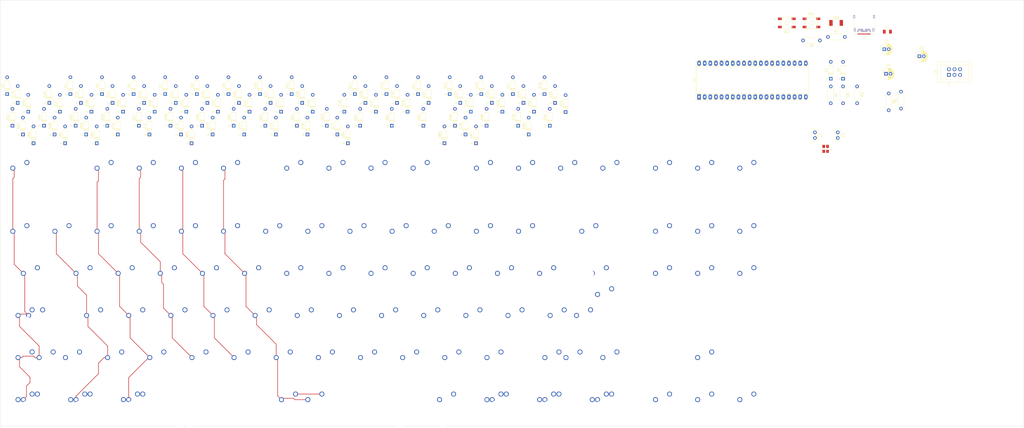
<source format=kicad_pcb>
(kicad_pcb (version 20221018) (generator pcbnew)
  (layers (0 "F.Cu" signal) (31 "B.Cu" signal) (34 "B.Paste" user) (35 "F.Paste" user) (36 "B.SilkS" user "B.Silkscreen") (37 "F.SilkS" user "F.Silkscreen") (38 "B.Mask" user) (39 "F.Mask" user) (44 "Edge.Cuts" user))
  (net 0 "")
  (net 1 "GND")
  (net 2 "Net-(U1-PA2)")
  (net 3 "Net-(U1-PA4)")
  (net 4 "+5V")
  (net 5 "Net-(D1-K)")
  (net 6 "Net-(D2-K)")
  (net 7 "COL0")
  (net 8 "Net-(D3-A)")
  (net 9 "Net-(D4-A)")
  (net 10 "Net-(D5-A)")
  (net 11 "Net-(D6-A)")
  (net 12 "Net-(D7-A)")
  (net 13 "Net-(D8-A)")
  (net 14 "Net-(D9-A)")
  (net 15 "Net-(D10-A)")
  (net 16 "Net-(D11-A)")
  (net 17 "Net-(D12-A)")
  (net 18 "Net-(D13-A)")
  (net 19 "Net-(D14-A)")
  (net 20 "Net-(D15-A)")
  (net 21 "Net-(D16-A)")
  (net 22 "Net-(D17-A)")
  (net 23 "Net-(D18-A)")
  (net 24 "Net-(D19-A)")
  (net 25 "Net-(D20-A)")
  (net 26 "Net-(D21-A)")
  (net 27 "Net-(D22-A)")
  (net 28 "Net-(D23-A)")
  (net 29 "Net-(D24-A)")
  (net 30 "Net-(D25-A)")
  (net 31 "Net-(D26-A)")
  (net 32 "Net-(D27-A)")
  (net 33 "Net-(D28-A)")
  (net 34 "Net-(D29-A)")
  (net 35 "Net-(D30-A)")
  (net 36 "Net-(D31-A)")
  (net 37 "Net-(D32-A)")
  (net 38 "Net-(D33-A)")
  (net 39 "Net-(D34-A)")
  (net 40 "Net-(D35-A)")
  (net 41 "Net-(D36-A)")
  (net 42 "Net-(D37-A)")
  (net 43 "Net-(D38-A)")
  (net 44 "Net-(D39-A)")
  (net 45 "Net-(D40-A)")
  (net 46 "Net-(D41-A)")
  (net 47 "Net-(D42-A)")
  (net 48 "Net-(D43-A)")
  (net 49 "Net-(D44-A)")
  (net 50 "Net-(D45-A)")
  (net 51 "Net-(D46-A)")
  (net 52 "Net-(D47-A)")
  (net 53 "Net-(D48-A)")
  (net 54 "ROW2 \"| \\\"")
  (net 55 "Net-(D50-A)")
  (net 56 "Net-(D51-A)")
  (net 57 "Net-(D52-A)")
  (net 58 "Net-(D53-A)")
  (net 59 "Net-(D54-A)")
  (net 60 "Net-(D55-A)")
  (net 61 "Net-(D56-A)")
  (net 62 "Net-(D57-A)")
  (net 63 "Net-(D58-A)")
  (net 64 "Net-(D59-A)")
  (net 65 "Net-(D60-A)")
  (net 66 "Net-(D61-A)")
  (net 67 "Net-(D62-A)")
  (net 68 "Net-(D63-A)")
  (net 69 "Net-(D64-A)")
  (net 70 "Net-(D65-A)")
  (net 71 "Net-(D66-A)")
  (net 72 "ROW4")
  (net 73 "Net-(D67-A)")
  (net 74 "Net-(D68-A)")
  (net 75 "Net-(D69-A)")
  (net 76 "Net-(D70-A)")
  (net 77 "Net-(D71-A)")
  (net 78 "Net-(D72-A)")
  (net 79 "Net-(D73-A)")
  (net 80 "Net-(D74-A)")
  (net 81 "Net-(D75-A)")
  (net 82 "Net-(D76-A)")
  (net 83 "Net-(D77-A)")
  (net 84 "Net-(D78-A)")
  (net 85 "Net-(D79-A)")
  (net 86 "ROW5")
  (net 87 "Net-(D80-A)")
  (net 88 "Net-(D81-A)")
  (net 89 "Net-(D82-A)")
  (net 90 "Net-(D83-A)")
  (net 91 "Net-(D84-A)")
  (net 92 "Net-(D85-A)")
  (net 93 "ROW5 SRS Fn")
  (net 94 "Net-(D87-A)")
  (net 95 "Net-(D88-A)")
  (net 96 "Net-(D89-A)")
  (net 97 "Net-(D90-A)")
  (net 98 "Net-(D91-K)")
  (net 99 "VCC")
  (net 102 "Net-(J1-CC1)")
  (net 108 "Net-(J1-CC2)")
  (net 112 "MISO")
  (net 113 "SCK")
  (net 114 "MOSI")
  (net 115 "reset")
  (net 116 "COL2")
  (net 117 "COL3")
  (net 118 "COL4")
  (net 119 "COL5")
  (net 120 "COL6")
  (net 121 "COL7")
  (net 122 "COL8")
  (net 123 "COL9")
  (net 124 "COL11")
  (net 125 "COL12")
  (net 126 "COL13")
  (net 127 "COL14")
  (net 128 "COL15")
  (net 129 "COL16")
  (net 130 "COL17")
  (net 131 "COL1")
  (net 132 "COL10")
  (net 133 "D-")
  (net 134 "D+")
  (net 135 "boot")
  (net 158 "ROW0")
  (net 160 "ROW1")
  (net 162 "ROW2")
  (net 163 "ROW3")
  (footprint "MX_Only:MXOnly-1U-NoLED" (layer "F.Cu") (at 406.4 196.05625)
    (fp_text reference "MX83")
    (fp_text value "Up Arrow")
  )
  (footprint "MX_Only:MXOnly-1U-NoLED" (layer "F.Cu") (at 387.35 215.10625)
    (fp_text reference "MX92")
    (fp_text value "Left Arrow")
  )
  (footprint "Diode_THT:D_DO-35_SOD27_P7.62mm_Horizontal" (layer "F.Cu") (at 183.35625 92.55125 90)
    (fp_text reference "D73")
    (fp_text value "DO-35")
  )
  (footprint "MX_Only:MXOnly-1U-NoLED" (layer "F.Cu") (at 163.5125 157.95625)
    (fp_text reference "MX37")
    (fp_text value "E")
  )
  (footprint "Diode_THT:D_DO-35_SOD27_P7.62mm_Horizontal" (layer "F.Cu") (at 157.1625 82.2325 90)
    (fp_text reference "D40")
    (fp_text value "DO-35")
  )
  (footprint "MX_Only:MXOnly-1U-NoLED" (layer "F.Cu") (at 153.9875 138.90625)
    (fp_text reference "MX20")
    (fp_text value "3")
  )
  (footprint "MX_Only:MXOnly-1U-NoLED" (layer "F.Cu") (at 315.9125 157.95625)
    (fp_text reference "MX45")
    (fp_text value "[")
  )
  (footprint "MX_Only:MXOnly-1U-NoLED" (layer "F.Cu") (at 182.5625 157.95625)
    (fp_text reference "MX38")
    (fp_text value "R")
  )
  (footprint "Diode_THT:D_DO-35_SOD27_P7.62mm_Horizontal" (layer "F.Cu") (at 130.96875 96.52 90)
    (fp_text reference "D82")
    (fp_text value "DO-35")
  )
  (footprint "Diode_THT:D_DO-35_SOD27_P7.62mm_Horizontal" (layer "F.Cu") (at 226.21875 92.55125 90)
    (fp_text reference "D76")
    (fp_text value "DO-35")
  )
  (footprint "MX_Only:MXOnly-1U-NoLED" (layer "F.Cu") (at 130.175 177.00625)
    (fp_text reference "MX53")
    (fp_text value "A")
  )
  (footprint "Capacitor_THT:CP_Radial_D5.0mm_P2.00mm" (layer "F.Cu") (at 502.825 57.15)
    (fp_text reference "C3")
    (fp_text value "0.1uF")
  )
  (footprint "Diode_THT:D_DO-35_SOD27_P7.62mm_Horizontal" (layer "F.Cu") (at 252.4125 78.26375 90)
    (fp_text reference "D29")
    (fp_text value "DO-35")
  )
  (footprint "Diode_THT:D_DO-35_SOD27_P7.62mm_Horizontal" (layer "F.Cu") (at 114.3 82.2325 90)
    (fp_text reference "D37")
    (fp_text value "DO-35")
  )
  (footprint "Diode_THT:D_DO-35_SOD27_P7.62mm_Horizontal" (layer "F.Cu") (at 302.41875 96.52 90)
    (fp_text reference "D87")
    (fp_text value "DO-35")
  )
  (footprint "Diode_THT:D_DO-35_SOD27_P7.62mm_Horizontal" (layer "F.Cu") (at 309.5625 78.26375 90)
    (fp_text reference "D33")
    (fp_text value "DO-35")
  )
  (footprint "MX_Only:MXOnly-6.25U-NoLED" (layer "F.Cu") (at 218.28125 215.10625)
    (fp_text reference "MX87")
    (fp_text value "Space 6.25")
  )
  (footprint "Diode_THT:D_DO-35_SOD27_P7.62mm_Horizontal" (layer "F.Cu") (at 338.1375 78.26375 90)
    (fp_text reference "D35")
    (fp_text value "DO-35")
  )
  (footprint "Diode_THT:D_DO-35_SOD27_P7.62mm_Horizontal" (layer "F.Cu") (at 142.875 82.2325 90)
    (fp_text reference "D39")
    (fp_text value "DO-35")
  )
  (footprint "MX_Only:MXOnly-1U-NoLED" (layer "F.Cu") (at 187.325 177.00625)
    (fp_text reference "MX56")
    (fp_text value "F")
  )
  (footprint "Diode_THT:D_DO-35_SOD27_P7.62mm_Horizontal" (layer "F.Cu") (at 116.68125 96.52 90)
    (fp_text reference "D81")
    (fp_text value "DO-35")
  )
  (footprint "Diode_THT:D_DO-35_SOD27_P7.62mm_Horizontal" (layer "F.Cu") (at 264.31875 88.5825 90)
    (fp_text reference "D85")
    (fp_text value "DO-35")
  )
  (footprint "Diode_THT:D_DO-35_SOD27_P7.62mm_Horizontal" (layer "F.Cu") (at 100.0125 82.2325 90)
    (fp_text reference "D36")
    (fp_text value "DO-35")
  )
  (footprint "Resistor_THT:R_Axial_DIN0207_L6.3mm_D2.5mm_P7.62mm_Horizontal" (layer "F.Cu") (at 488.95 73.9775 -90)
    (fp_text reference "R2")
    (fp_text value "5.1k")
  )
  (footprint "Capacitor_THT:CP_Radial_D5.0mm_P2.00mm" (layer "F.Cu") (at 487.74375 65.0875)
    (fp_text reference "C5")
    (fp_text value "4.7uF")
  )
  (footprint "MX_Only:MXOnly-1U-NoLED" (layer "F.Cu") (at 206.375 177.00625)
    (fp_text reference "MX57")
    (fp_text value "G")
  )
  (footprint "MX_Only:MXOnly-1U-NoLED" (layer "F.Cu") (at 301.625 177.00625)
    (fp_text reference "MX62")
    (fp_text value "Semicolon")
  )
  (footprint "Diode_THT:D_DO-35_SOD27_P7.62mm_Horizontal" (layer "F.Cu") (at 197.64375 92.55125 90)
    (fp_text reference "D74")
    (fp_text value "DO-35")
  )
  (footprint "MX_Only:MXOnly-1U-NoLED" (layer "F.Cu") (at 192.0875 138.90625)
    (fp_text reference "MX22")
    (fp_text value "5")
  )
  (footprint "MX_Only:MXOnly-1.25U-NoLED" (layer "F.Cu") (at 99.21875 215.10625)
    (fp_text reference "MX84")
    (fp_text value "Left Ctrl 1.25")
  )
  (footprint "MX_Only:MXOnly-1U-NoLED" (layer "F.Cu") (at 406.4 138.90625)
    (fp_text reference "MX32")
    (fp_text value "Home")
  )
  (footprint "MX_Only:MXOnly-1U-NoLED" (layer "F.Cu") (at 425.45 110.33125)
    (fp_text reference "MX16")
    (fp_text value "Pause/Break")
  )
  (footprint "MX_Only:MXOnly-1U-NoLED" (layer "F.Cu") (at 273.05 196.05625)
    (fp_text reference "MX77")
    (fp_text value "Comma")
  )
  (footprint "MX_Only:MXOnly-1U-NoLED" (layer "F.Cu") (at 292.1 196.05625)
    (fp_text reference "MX78")
    (fp_text value "Period")
  )
  (footprint "Diode_THT:D_DO-35_SOD27_P7.62mm_Horizontal" (layer "F.Cu") (at 221.45625 88.5825 90)
    (fp_text reference "D62")
    (fp_text value "DO-35")
  )
  (footprint "Diode_THT:D_DO-35_SOD27_P7.62mm_Horizontal" (layer "F.Cu") (at 250.03125 88.5825 90)
    (fp_text reference "D64")
    (fp_text value "DO-35")
  )
  (footprint "Connector_IDC:IDC-Header_2x03_P2.54mm_Vertical" (layer "F.Cu") (at 516.14125 65.58125 90)
    (fp_text reference "J2")
    (fp_text value "AVR-ISP-6")
  )
  (footprint "Diode_THT:D_DO-35_SOD27_P7.62mm_Horizontal" (layer "F.Cu") (at 342.9 82.39125 90)
    (fp_text reference "D52")
    (fp_text value "DO-35")
  )
  (footprint "Diode_THT:D_DO-35_SOD27_P7.62mm_Horizontal" (layer "F.Cu") (at 152.4 78.26375 90)
    (fp_text reference "D23")
    (fp_text value "DO-35")
  )
  (footprint "MX_Only:MXOnly-1U-NoLED" (layer "F.Cu") (at 363.5375 110.33125)
    (fp_text reference "MX13")
    (fp_text value "F12")
  )
  (footprint "MX_Only:MXOnly-1U-NoLED" (layer "F.Cu") (at 277.8125 157.95625)
    (fp_text reference "MX43")
    (fp_text value "O")
  )
  (footprint "MX_Only:MXOnly-1U-NoLED" (layer "F.Cu") (at 96.8375 138.90625)
    (fp_text reference "MX17")
    (fp_text value "Tilde")
  )
  (footprint "Diode_THT:D_DO-35_SOD27_P7.62mm_Horizontal" (layer "F.Cu") (at 228.6 82.2325 90)
    (fp_text reference "D45")
    (fp_text value "DO-35")
  )
  (footprint "MX_Only:MXOnly-1U-NoLED" (layer "F.Cu") (at 268.2875 138.90625)
    (fp_text reference "MX26")
    (fp_text value "9")
  )
  (footprint "Diode_THT:D_DO-35_SOD27_P7.62mm_Horizontal" (layer "F.Cu") (at 271.4625 82.2325 90)
    (fp_text reference "D48")
    (fp_text value "DO-35")
  )
  (footprint "MX_Only:MXOnly-ISO-NoLED" (layer "F.Cu") (at 361.15625 167.48125)
    (fp_text reference "MX65")
    (fp_text value "ISO Enter (Weird ass key)")
  )
  (footprint "Diode_THT:D_DO-35_SOD27_P7.62mm_Horizontal" (layer "F.Cu") (at 239.7125 92.55125 90)
    (fp_text reference "D77")
    (fp_text value "DO-35")
  )
  (footprint "random-keyboard-parts:SKQG-1155865" (layer "F.Cu") (at 442.9125 42.06875)
    (fp_text reference "SW2")
    (fp_text value "SW_Boot")
  )
  (footprint "Diode_THT:D_DO-35_SOD27_P7.62mm_Horizontal" (layer "F.Cu") (at 190.5 74.295 90)
    (fp_text reference "D9")
    (fp_text value "DO-35")
  )
  (footprint "MX_Only:MXOnly-1U-NoLED" (layer "F.Cu") (at 258.7625 157.95625)
    (fp_text reference "MX42")
    (fp_text value "I")
  )
  (footprint "Diode_THT:D_DO-35_SOD27_P7.62mm_Horizontal" (layer "F.Cu") (at 90.4875 74.295 90)
    (fp_text reference "D3")
    (fp_text value "DO-35")
  )
  (footprint "Diode_THT:D_DO-35_SOD27_P7.62mm_Horizontal" (layer "F.Cu") (at 300.0375 82.2325 90)
    (fp_text reference "D49")
    (fp_text value "DO-35")
  )
  (footprint "Diode_THT:D_DO-35_SOD27_P7.62mm_Horizontal" (layer "F.Cu") (at 154.78125 92.55125 90)
    (fp_text reference "D71")
    (fp_text value "DO-35")
  )
  (footprint "Diode_THT:D_DO-35_SOD27_P7.62mm_Horizontal" (layer "F.Cu") (at 292.89375 88.5825 90)
    (fp_text reference "D66")
    (fp_text value "DO-35")
  )
  (footprint "Diode_THT:D_DO-35_SOD27_P7.62mm_Horizontal" (layer "F.Cu") (at 195.2625 78.26375 90)
    (fp_text reference "D26")
    (fp_text value "DO-35")
  )
  (footprint "Resistor_THT:R_Axial_DIN0207_L6.3mm_D2.5mm_P7.62mm_Horizontal" (layer "F.Cu") (at 494.50625 80.80375 90)
    (fp_text reference "R1")
    (fp_text value "5.1k")
  )
  (footprint "Diode_THT:D_DO-35_SOD27_P7.62mm_Horizontal" (layer "F.Cu") (at 150.01875 88.5825 90)
    (fp_text reference "D57")
    (fp_text value "DO-35")
  )
  (footprint "Diode_THT:D_DO-35_SOD27_P7.62mm_Horizontal" (layer "F.Cu") (at 288.13125 96.52 90)
    (fp_text reference "D86")
    (fp_text value "DO-35")
  )
  (footprint "Diode_THT:D_DO-35_SOD27_P7.62mm_Horizontal" (layer "F.Cu") (at 266.7 78.26375 90)
    (fp_text reference "D30")
    (fp_text value "DO-35")
  )
  (footprint "MX_Only:MXOnly-1U-NoLED" (layer "F.Cu") (at 287.3375 138.90625)
    (fp_text reference "MX27")
    (fp_text value "0")
  )
  (footprint "MX_Only:MXOnly-1.25U-NoLED" (layer "F.Cu") (at 361.15625 215.10625)
    (fp_text reference "MX91")
    (fp_text value "Right Ctrl 1.25")
  )
  (footprint "MX_Only:MXOnly-1U-NoLED" (layer "F.Cu") (at 320.675 177.00625)
    (fp_text reference "MX63")
    (fp_text value "Apostrophe")
  )
  (footprint "Diode_THT:D_DO-35_SOD27_P7.62mm_Horizontal" (layer "F.Cu") (at 109.5375 78.26375 90)
    (fp_text reference "D20")
    (fp_text value "DO-35")
  )
  (footprint "Package_DIP:DIP-40_W15.24mm_Socket_LongPads" (layer "F.Cu") (at 403.225 75.565 90)
    (fp_text reference "U1")
    (fp_text value "ATmega324A-P")
  )
  (footprint "MX_Only:MXOnly-7U-NoLED" (layer "F.Cu") (at 230.1875 215.10625)
    (fp_text reference "MX98")
    (fp_text value "ABR Space 7.0")
  )
  (footprint "MX_Only:MXOnly-1U-NoLED" (layer "F.Cu") (at 139.7 196.05625)
    (fp_text reference "MX70")
    (fp_text value "Z")
  )
  (footprint "Diode_THT:D_DO-35_SOD27_P7.62mm_Horizontal" (layer "F.Cu") (at 242.8875 82.2325 90)
    (fp_text reference "D46")
    (fp_text value "DO-35")
  )
  (footprint "Diode_THT:D_DO-35_SOD27_P7.62mm_Horizontal" (layer "F.Cu") (at 102.39375 96.52 90)
    (fp_text reference "D80")
    (fp_text value "DO-35")
  )
  (footprint "Diode_THT:D_DO-35_SOD27_P7.62mm_Horizontal" (layer "F.Cu") (at 185.7375 82.2325 90)
    (fp_text reference "D42")
    (fp_text value "DO-35")
  )
  (footprint "Crystal:Crystal_SMD_3225-4Pin_3.2x2.5mm" (layer "F.Cu") (at 460.43125 99.06875 -90)
    (fp_text reference "Y1")
    (fp_text value "20MHz")
  )
  (footprint "Diode_THT:D_DO-35_SOD27_P7.62mm_Horizontal" (layer "F.Cu") (at 333.375 74.295 90)
    (fp_text reference "D18")
    (fp_text value "DO-35")
  )
  (footprint "Diode_THT:D_DO-35_SOD27_P7.62mm_Horizontal" (layer "F.Cu") (at 192.88125 88.5825 90)
    (fp_text reference "D60")
    (fp_text value "DO-35")
  )
  (footprint "Diode_THT:D_DO-35_SOD27_P7.62mm_Horizontal" (layer "F.Cu") (at 164.30625 88.5825 90)
    (fp_text reference "D58")
    (fp_text value "DO-35")
  )
  (footprint "MX_Only:MXOnly-2.25U-NoLED" (layer "F.Cu") (at 108.74375 196.05625)
    (fp_text reference "MX69")
    (fp_text value "Left Shift 2.25")
  )
  (footprint "Diode_THT:D_DO-35_SOD27_P7.62mm_Horizontal" (layer "F.Cu") (at 290.5125 74.295 90)
    (fp_text reference "D15")
    (fp_text value "DO-35")
  )
  (footprint "MX_Only:MXOnly-1U-NoLED" (layer "F.Cu") (at 334.9625 215.10625)
    (fp_text reference "MX100")
    (fp_text value "ABR Right Win 1.0")
  )
  (footprint "MX_Only:MXOnly-1.25U-NoLED" (layer "F.Cu") (at 123.03125 215.10625)
    (fp_text reference "MX85")
    (fp_text value "Left Win 1.25")
  )
  (footprint "MX_Only:MXOnly-1U-NoLED" (layer "F.Cu") (at 239.7125 110.33125)
    (fp_text reference "MX7")
    (fp_text value "F6")
  )
  (footprint "Diode_THT:D_DO-35_SOD27_P7.62mm_Horizontal" (layer "F.Cu") (at 204.7875 74.295 90)
    (fp_text reference "D10")
    (fp_text value "DO-35")
  )
  (footprint "MX_Only:MXOnly-1U-NoLED" (layer "F.Cu") (at 306.3875 110.33125)
    (fp_text reference "MX10")
    (fp_text value "F9")
  )
  (footprint "Diode_THT:D_DO-35_SOD27_P7.62mm_Horizontal" (layer "F.Cu") (at 111.91875 92.55125 90)
    (fp_text reference "D68")
    (fp_text value "DO-35")
  )
  (footprint "Diode_THT:D_DO-35_SOD27_P7.62mm_Horizontal" (layer "F.Cu") (at 295.275 78.26375 90)
    (fp_text reference "D32")
    (fp_text value "DO-35")
  )
  (footprint "Resistor_THT:R_Axial_DIN0207_L6.3mm_D2.5mm_P7.62mm_Horizontal" (layer "F.Cu") (at 462.75625 70.8025 -90)
    (fp_text reference "R4")
    (fp_text value "68R")
  )
  (footprint "Diode_THT:D_DO-35_SOD27_P7.62mm_Horizontal" (layer "F.Cu") (at 176.2125 74.295 90)
    (fp_text reference "D8")
    (fp_text value "DO-35")
  )
  (footprint "MX_Only:MXOnly-1U-NoLED" (layer "F.Cu") (at 406.4 157.95625)
    (fp_text reference "MX49")
    (fp_text value "End")
  )
  (footprint "MX_Only:MXOnly-1U-NoLED" (layer "F.Cu") (at 234.95 196.05625)
    (fp_text reference "MX75")
    (fp_text value "N")
  )
  (footprint "Diode_THT:D_DO-35_SOD27_P7.62mm_Horizontal" (layer "F.Cu") (at 133.35 74.295 90)
    (fp_text reference "D5")
    (fp_text value "DO-35")
  )
  (footprint "Diode_THT:D_DO-35_SOD27_P7.62mm_Horizontal" (layer "F.Cu") (at 211.93125 92.55125 90)
    (fp_text reference "D75")
    (fp_text value "DO-35")
  )
  (footprint "MX_Only:MXOnly-1U-NoLED" (layer "F.Cu") (at 215.9 196.05625)
    (fp_text reference "MX74")
    (fp_text value "B")
  )
  (footprint "Diode_THT:D_DO-35_SOD27_P7.62mm_Horizontal" (layer "F.Cu") (at 207.16875 88.5825 90)
    (fp_text reference "D61")
    (fp_text value "DO-35")
  )
  (footprint "Diode_THT:D_DO-35_SOD27_P7.62mm_Horizontal" (layer "F.Cu") (at 280.9875 78.26375 90)
    (fp_text reference "D31")
    (fp_text value "DO-35")
  )
  (footprint "MX_Only:MXOnly-1U-NoLED" (layer "F.Cu") (at 220.6625 157.95625)
    (fp_text reference "MX40")
    (fp_text value "Y")
  )
  (footprint "MX_Only:MXOnly-1U-NoLED" (layer "F.Cu") (at 387.35 138.90625)
    (fp_text reference "MX31")
    (fp_text value "Insert")
  )
  (footprint "MX_Only:MXOnly-1.25U-NoLED" (layer "F.Cu") (at 289.71875 215.10625)
    (fp_text reference "MX88")
    (fp_text value "Right Alt 1.25")
  )
  (footprint "Diode_THT:D_DO-35_SOD27_P7.62mm_Horizontal" (layer "F.Cu") (at 169.06875 92.55125 90)
    (fp_text reference "D72")
    (fp_text value "DO-35")
  )
  (footprint "MX_Only:MXOnly-1U-NoLED" (layer "F.Cu") (at 177.8 196.05625)
    (fp_text reference "MX72")
    (fp_text value "C")
  )
  (footprint "MX_Only:MXOnly-1U-NoLED" (layer "F.Cu") (at 406.4 215.10625)
    (fp_text reference "MX93")
    (fp_text value "Down Arrow")
  )
  (footprint "MX_Only:MXOnly-1U-NoLED" (layer "F.Cu") (at 115.8875 138.90625)
    (fp_text reference "MX18")
    (fp_text value "1")
  )
  (footprint "MX_Only:MXOnly-1U-NoLED" (layer "F.Cu") (at 311.15 196.05625)
    (fp_text reference "MX79")
    (fp_text value "Question")
  )
  (footprint "MX_Only:MXOnly-1U-NoLED" (layer "F.Cu") (at 296.8625 157.95625)
    (fp_text reference "MX44")
    (fp_text value "P")
  )
  (footprint "Fuse:Fuse_1206_3216Metric" (layer "F.Cu") (at 488.34375 46.0375)
    (fp_text reference "F1")
    (fp_text value "500mA")
  )
  (footprint "Diode_THT:D_DO-35_SOD27_P7.62mm_Horizontal" (layer "F.Cu") (at 234.95 88.5825 90)
    (fp_text reference "D63")
    (fp_text value "DO-35")
  )
  (footprint "MX_Only:MXOnly-1U-NoLED" (layer "F.Cu") (at 134.9375 138.90625)
    (fp_text reference "MX19")
    (fp_text value "2")
  )
  (footprint "Diode_THT:D_DO-35_SOD27_P7.62mm_Horizontal" (layer "F.Cu") (at 128.5875 82.2325 90)
    (fp_text reference "D38")
    (fp_text value "DO-35")
  )
  (footprint "MX_Only:MXOnly-1U-NoLED" (layer "F.Cu") (at 363.5375 196.05625)
    (fp_text reference "MX82")
    (fp_text value "SRS Fn 1.0")
  )
  (footprint "Diode_THT:D_DO-35_SOD27_P7.62mm_Horizontal" (layer "F.Cu") (at 161.925 74.295 90)
    (fp_text reference "D7")
    (fp_text value "DO-35")
  )
  (footprint "Diode_THT:D_DO-35_SOD27_P7.62mm_Horizontal" (layer "F.Cu") (at 123.825 78.26375 90)
    (fp_text reference "D21")
    (fp_text value "DO-35")
  )
  (footprint "MX_Only:MXOnly-1U-NoLED" (layer "F.Cu") (at 258.7625 110.33125)
    (fp_text reference "MX8")
    (fp_text value "F7")
  )
  (footprint "MX_Only:MXOnly-1U-NoLED" (layer "F.Cu") (at 425.45 215.10625)
    (fp_text reference "MX94")
    (fp_text value "Right Arrow")
  )
  (footprint "random-keyboard-parts:SKQG-1155865" (layer "F.Cu") (at 454.025 42.06875 180)
    (fp_text reference "SW1")
    (fp_text value "SW_Reset")
  )
  (footprint "Diode_THT:D_DO-35_SOD27_P7.62mm_Horizontal" (layer "F.Cu") (at 278.60625 88.5825 90)
    (fp_text reference "D65")
    (fp_text value "DO-35")
  )
  (footprint "Diode_THT:D_DO-35_SOD27_P7.62mm_Horizontal" (layer "F.Cu") (at 119.0625 74.295 90)
    (fp_text reference "D4")
    (fp_text value "DO-35")
  )
  (footprint "Diode_THT:D_DO-35_SOD27_P7.62mm_Horizontal" (layer "F.Cu") (at 97.63125 92.55125 90)
    (fp_text reference "D67")
    (fp_text value "DO-35")
  )
  (footprint "Diode_THT:D_DO-35_SOD27_P7.62mm_Horizontal" (layer "F.Cu") (at 462.75625 67.31 90)
    (fp_text reference "D1")
    (fp_text value "3.6V")
  )
  (footprint "MX_Only:MXOnly-1U-NoLED" (layer "F.Cu") (at 230.1875 138.90625)
    (fp_text reference "MX24")
    (fp_text value "7")
  )
  (footprint "Diode_THT:D_DO-35_SOD27_P7.62mm_Horizontal" (layer "F.Cu") (at 147.6375 74.295 90)
    (fp_text reference "D6")
    (fp_text value "DO-35")
  )
  (footprint "MX_Only:MXOnly-2U-NoLED" (layer "F.Cu") (at 354.0125 138.90625)
    (fp_text reference "MX30")
    (fp_text value "Backspace 2.0")
  )
  (footprint "Diode_THT:D_DO-35_SOD27_P7.62mm_Horizontal" (layer "F.Cu") (at 247.65 74.295 90)
    (fp_text reference "D12")
    (fp_text value "DO-35")
  )
  (footprint "MX_Only:MXOnly-1U-NoLED" (layer "F.Cu") (at 225.425 177.00625)
    (fp_text reference "MX58")
    (fp_text value "H")
  )
  (footprint "Diode_THT:D_DO-35_SOD27_P7.62mm_Horizontal" (layer "F.Cu") (at 307.18125 88.5825 90)
    (fp_text reference "D88")
    (fp_text value "DO-35")
  )
  (footprint "Resistor_THT:R_Axial_DIN0207_L6.3mm_D2.5mm_P7.62mm_Horizontal" (layer "F.Cu") (at 474.6625 70.8025 -90)
    (fp_text reference "R3")
    (fp_text value "1.5K")
  )
  (footprint "MX_Only:MXOnly-1.5U-NoLED" (layer "F.Cu") (at 101.6 157.95625)
    (fp_text reference "MX34")
    (fp_text value "Tab 1.5")
  )
  (footprint "MX_Only:MXOnly-1U-NoLED" (layer "F.Cu") (at 387.35 110.33125)
    (fp_text reference "MX14")
    (fp_text value "PrtSc")
  )
  (footprint "Resistor_THT:R_Axial_DIN0207_L6.3mm_D2.5mm_P7.62mm_Horizontal" (layer "F.Cu") (at 468.3125 70.8025 -90)
    (fp_text reference "R5")
    (fp_text value "68R")
  )
  (footprint "Diode_THT:D_DO-35_SOD27_P7.62mm_Horizontal" (layer "F.Cu") (at 304.8 74.295 90)
    (fp_text reference "D16")
    (fp_text value "DO-35")
  )
  (footprint "Capacitor_THT:C_Disc_D5.0mm_W2.5mm_P2.50mm" (layer "F.Cu") (at 455.6125 91.61875 -90)
    (fp_text reference "C1")
    (fp_text value "22pF")
  )
  (footprint "MX_Only:MXOnly-1U-NoLED" (layer "F.Cu") (at 425.45 138.90625)
    (fp_text reference "MX33")
    (fp_text value "PgUp")
  )
  (footprint "Diode_THT:D_DO-35_SOD27_P7.62mm_Horizontal" (layer "F.Cu") (at 140.49375 92.55125 90)
    (fp_text reference "D70")
    (fp_text value "DO-35")
  )
  (footprint "Diode_THT:D_DO-35_SOD27_P7.62mm_Horizontal" (layer "F.Cu") (at 126.20625 92.55125 90)
    (fp_text reference "D69")
    (fp_text value "DO-35")
  )
  (footprint "Diode_THT:D_DO-35_SOD27_P7.62mm_Horizontal" (layer "F.Cu") (at 257.175 82.2325 90)
    (fp_text reference "D47")
    (fp_text value "DO-35")
  )
  (footprint "Diode_THT:D_DO-35_SOD27_P7.62mm_Horizontal" (layer "F.Cu") (at 319.0875 74.295 90)
    (fp_text reference "D17")
    (fp_text value "DO-35")
  )
  (footprint "Connector_USB:USB_C_Receptacle_Amphenol_12401548E4-2A" (layer "F.Cu") (at 477.8375 42.06875 180)
    (fp_text reference "J1")
    (fp_text value "USB_C_Receptacle")
  )
  (footprint "MX_Only:MXOnly-1U-NoLED" (layer "F.Cu") (at 173.0375 138.90625)
    (fp_text reference "MX21")
    (fp_text value "4")
  )
  (footprint "Diode_THT:D_DO-35_SOD27_P7.62mm_Horizontal" (layer "F.Cu") (at 328.6125 82.2325 90)
    (fp_text reference "D51")
    (fp_text value "DO-35")
  )
  (footprint "MX_Only:MXOnly-1U-NoLED" (layer "F.Cu") (at 211.1375 138.90625)
    (fp_text reference "MX23")
    (fp_text value "6")
  )
  (footprint "MX_Only:MXOnly-1U-NoLED" (layer "F.Cu") (at 144.4625 157.95625)
    (fp_text reference "MX36")
    (fp_text value "W")
  )
  (footprint "Diode_THT:D_DO-35_SOD27_P7.62mm_Horizontal" (layer "F.Cu") (at 219.075 74.295 90)
    (fp_text reference "D11")
    (fp_text value "DO-35")
  )
  (footprint "MX_Only:MXOnly-1U-NoLED" (layer "F.Cu") (at 196.85 196.05625)
    (fp_text reference "MX73")
    (fp_text value "V")
  )
  (footprint "MX_Only:MXOnly-1.25U-NoLED" (layer "F.Cu") (at 313.53125 215.10625)
    (fp_text reference "MX89")
    (fp_text value "RightWin 1.25")
  )
  (footprint "Diode_THT:D_DO-35_SOD27_P7.62mm_Horizontal" (layer "F.Cu") (at 178.59375 88.5825 90)
    (fp_text reference "D59")
    (fp_text value "DO-35")
  )
  (footprint "MX_Only:MXOnly-1U-NoLED" (layer "F.Cu") (at 249.2375 138.90625)
    (fp_text reference "MX25")
    (fp_text value "8")
  )
  (footprint "MX_Only:MXOnly-1U-NoLED" (layer "F.Cu") (at 125.4125 157.95625)
    (fp_text reference "MX35")
    (fp_text value "Q")
  )
  (footprint "Diode_THT:D_DO-35_SOD27_P7.62mm_Horizontal" (layer "F.Cu") (at 171.45 82.2325 90)
    (fp_text reference "D41")
    (fp_text value "DO-35")
  )
  (footprint "MX_Only:MXOnly-2.75U-NoLED" (layer "F.Cu") (at 346.86875 196.05625)
    (fp_text reference "MX81")
    (fp_text value "Right Shift 2.75")
  )
  (footprint "Diode_THT:D_DO-35_SOD27_P7.62mm_Horizontal" (layer "F.Cu") (at 321.46875 88.5825 90)
    (fp_text reference "D79")
    (fp_text value "DO-35")
  )
  (footprint "MX_Only:MXOnly-1U-NoLED" (layer "F.Cu") (at 254 196.05625)
    (fp_text reference "MX76")
    (fp_text value "M")
  )
  (footprint "Diode_THT:D_DO-35_SOD27_P7.62mm_Horizontal" (layer "F.Cu") (at 138.1125 78.26375 90)
    (fp_text reference "D22")
    (fp_text value "DO-35")
  )
  (footprint "Diode_THT:D_DO-35_SOD27_P7.62mm_Horizontal" (layer "F.Cu") (at 223.8375 78.26375 90)
    (fp_text reference "D28")
    (fp_text value "DO-35")
  )
  (footprint "MX_Only:MXOnly-1U-NoLED" (layer "F.Cu") (at 158.75 196.05625)
    (fp_text reference "MX71")
    (fp_text value "X")
  )
  (footprint "Diode_THT:D_DO-35_SOD27_P7.62mm_Horizontal" (layer "F.Cu") (at 200.025 82.2325 90)
    (fp_text reference "D43")
    (fp_text value "DO-35")
  )
  (footprint "Diode_THT:D_DO-35_SOD27_P7.62mm_Horizontal" (layer "F.Cu") (at 323.85 78.26375 90)
    (fp_text reference "D34")
    (fp_text value "DO-35")
  )
  (footprint "Diode_THT:D_DO-35_SOD27_P7.62mm_Horizontal" (layer "F.Cu") (at 261.9375 74.295 90)
    (fp_text reference "D13")
    (fp_text value "DO-35")
  )
  (footprint "MX_Only:MXOnly-1U-NoLED" (layer "F.Cu") (at 173.0375 110.33125)
    (fp_text reference "MX4")
    (fp_text value "F3")
  )
  (footprint "MX_Only:MXOnly-1U-NoLED" (layer "F.Cu") (at 344.4875 110.33125)
    (fp_text reference "MX12")
    (fp_text value "F11")
  )
  (footprint "Diode_THT:D_DO-35_SOD27_P7.62mm_Horizontal" (layer "F.Cu") (at 121.44375 88.5825 90)
    (fp_text reference "D55")
    (fp_text value "DO-35")
  )
  (footprint "MX_Only:MXOnly-1U-NoLED" (layer "F.Cu") (at 244.475 177.00625)
    (fp_text reference "MX59")
    (fp_text value "J")
  )
  (footprint "MX_Only:MXOnly-1U-NoLED" (layer "F.Cu") (at 120.65 196.05625)
    (fp_text reference "MX67")
    (fp_text value "ISO \"| \\\" 1.0")
  )
  (footprint "MX_Only:MXOnly-1.5U-NoLED" (layer "F.Cu") (at 358.775 157.95625)
    (fp_text reference "MX47")
    (fp_text value "ANSI \"\\ |\" 1.5")
  )
  (footprint "MX_Only:MXOnly-1U-NoLED" (layer "F.Cu") (at 263.525 177.00625)
    (fp_text reference "MX60")
    (fp_text value "K")
  )
  (footprint "MX_Only:MXOnly-1U-NoLED" (layer "F.Cu") (at 153.9875 110.33125)
    (fp_text reference "MX3")
    (fp_text value "F2")
  )
  (footprint "MX_Only:MXOnly-1U-NoLED" (layer "F.Cu") (at 425.45 157.95625)
    (fp_text reference "MX50")
    (fp_text value "PgDn")
  )
  (footprint "MX_Only:MXOnly-1U-NoLED" (layer "F.Cu") (at 220.6625 110.33125)
    (fp_text reference "MX6")
    (fp_text value "F5")
  )
  (footprint "Diode_THT:D_DO-35_SOD27_P7.62mm_Horizontal" (layer "F.Cu") (at 180.975 78.26375 90)
    (fp_text reference "D25")
    (fp_text value "DO-35")
  )
  (footprint "Diode_THT:D_DO-35_SOD27_P7.62mm_Horizontal" (layer "F.Cu") (at 276.225 74.295 90)
    (fp_text reference "D14")
    (fp_text value "DO-35")
  )
  (footprint "MX_Only:MXOnly-1U-NoLED" (layer "F.Cu") (at 325.4375 110.33125)
    (fp_text reference "MX11")
    (fp_text value "F10")
  )
  (footprint "Diode_THT:D_DO-35_SOD27_P7.62mm_Horizontal" (layer "F.Cu") (at 107.15625 88.5825 90)
    (fp_text reference "D54")
    (fp_text value "DO-35")
  )
  (footprint "Diode_THT:D_DO-35_SOD27_P7.62mm_Horizontal" (layer "F.Cu") (at 468.3125 67.31 90)
    (fp_text reference "D2")
    (fp_text value "3.6V")
  )
  (footprint "MX_Only:MXOnly-1U-NoLED" (layer "F.Cu") (at 192.0875 110.33125)
    (fp_text reference "MX5")
    (fp_text value "F4")
  )
  (footprint "MX_Only:MXOnly-1.25U-NoLED" (layer "F.Cu") (at 99.21875 177.00625)
    (fp_text reference "MX51")
    (fp_text value "Stepped Caps 1.25")
  )
  (footprint "MX_Only:MXOnly-1U-NoLED" (layer "F.Cu") (at 201.6125 157.95625)
    (fp_text reference "MX39")
    (fp_text value "T")
  )
  (footprint "MX_Only:MXOnly-1U-NoLED" (layer "F.Cu") (at 406.4 110.33125)
    (fp_text reference "MX15")
    (fp_text value "Scroll Lock")
  )
  (footprint "MX_Only:MXOnly-1.75U-NoLED" (layer "F.Cu") (at 337.34375 196.05625)
    (fp_text reference "MX80")
    (fp_text value "SRS Right Shift 1.75")
  )
  (footprint "MX_Only:MXOnly-1U-NoLED" (layer "F.Cu") (at 168.275 177.00625)
    (fp_text reference "MX55")
    (fp_text value "D")
  )
  (footprint "MX_Only:MXOnly-1U-NoLED" (layer "F.Cu") (at 282.575 177.00625)
    (fp_text reference "MX61")
    (fp_text value "L")
  )
  (footprint "Capacitor_THT:C_Disc_D5.0mm_W2.5mm_P2.50mm" (layer "F.Cu") (at 465.93125 91.61875 -90)
    (fp_text reference "C2")
    (fp_text value "22pF")
  )
  (footprint "Diode_THT:D_DO-35_SOD27_P7.62mm_Horizontal" (layer "F.Cu") (at 326.23125 92.55125 90)
    (fp_text reference "D89")
    (fp_text value "DO-35")
  )
  (footprint "Diode_THT:D_DO-35_SOD27_P7.62mm_Horizontal" (layer "F.Cu") (at 135.73125 88.5825 90)
    (fp_text reference "D56")
    (fp_text value "DO-35")
  )
  (footprint "MX_Only:MXOnly-1U-NoLED" (layer "F.Cu") (at 325.4375 138.90625)
    (fp_text reference "MX29")
    (fp_text value "Plus")
  )
  (footprint "MX_Only:MXOnly-1.5U-NoLED" (layer "F.Cu") (at 101.6 215.10625)
    (fp_text reference "MX95")
    (fp_text value "ABR Left Ctrl 1.5")
  )
  (footprint "Capacitor_THT:CP_Radial_D5.0mm_P2.00mm" (layer "F.Cu") (at 486.95 53.975)
    (fp_text reference "C4")
    (fp_text value "0.1uF")
  )
  (footprint "MX_Only:MXOnly-1U-NoLED" (layer "F.Cu") (at 339.725 177.00625)
    (fp_text reference "MX64")
    (fp_text value "ISO \"~#\" 1.0")
  )
  (footprint "MX_Only:MXOnly-1U-NoLED" (layer "F.Cu") (at 239.7125 157.95625)
    (fp_text reference "MX41")
    (fp_text value "U")
  )
  (footprint "Resistor_THT:R_Axial_DIN0207_L6.3mm_D2.5mm_P7.62mm_Horizontal" (layer "F.Cu") (at 457.835 50.00625 180)
    (fp_text reference "R6")
    (fp_text value "10K")
  )
  (footprint "Diode_THT:D_DO-35_SOD27_P7.62mm_Horizontal" (layer "F.Cu") (at 297.65625 92.55125 90)
    (fp_text reference "D78")
    (fp_text value "DO-35")
  )
  (footprint "MX_Only:MXOnly-1U-NoLED" (layer "F.Cu") (at 149.225 177.00625)
    (fp_text reference "MX54")
    (fp_text value "S")
  )
  (footprint "MX_Only:MXOnly-1U-NoLED" (layer "F.Cu") (at 277.8125 110.33125)
    (fp_text reference "MX9")
    (fp_text value "F8")
  )
  (footprint "MX_Only:MXOnly-1.25U-NoLED" (layer "F.Cu") (at 146.84375 215.10625)
    (fp_text reference "MX86")
    (fp_text value "Left Alt 1.25")
  )
  (footprint "Diode_THT:D_DO-35_SOD27_P7.62mm_Horizontal" (layer "F.Cu") (at 209.55 78.26375 90)
    (fp_text reference "D27")
    (fp_text value "DO-35")
  )
  (footprint "MX_Only:MXOnly-1U-NoLED" (layer "F.Cu") (at 125.4125 215.10625)
    (fp_text reference "MX96")
    (fp_text value "ABR Left Win 1.0")
  )
  (footprint "MX_Only:MXOnly-1U-NoLED" (layer "F.Cu") (at 96.8375 110.33125)
    (fp_text reference "MX1")
    (fp_text value "ESC")
  )
  (footprint "Resistor_THT:R_Axial_DIN0207_L6.3mm_D2.5mm_P7.62mm_Horizontal" (layer "F.Cu") (at 461.48625 48.41875)
    (fp_text reference "R7")
    (fp_text value "1.5k")
  )
  (footprint "MX_Only:MXOnly-1.75U-NoLED" (layer "F.Cu") (at 103.98125 177.00625)
    (fp_text reference "MX52")
    (fp_text value "Caps 1.75")
  )
  (footprint "MX_Only:MXOnly-1.25U-NoLED" (layer "F.Cu") (at 99.21875 196.05625)
    (fp_text reference "MX68")
    (fp_text value "Left Shift ISO 1.25")
  )
  (footprint "Diode_THT:D_DO-35_SOD27_P7.62mm_Horizontal" (layer "F.Cu") (at 95.25 78.26375 90)
    (fp_text reference "D19")
    (fp_text value "DO-35")
  )
  (footprint "MX_Only:MXOnly-1U-NoLED" (layer "F.Cu") (at 334.9625 157.95625)
    (fp_text reference "MX46")
    (fp_text value "]")
  )
  (footprint "Diode_THT:D_DO-35_SOD27_P7.62mm_Horizontal" (layer "F.Cu") (at 92.86875 88.5825 90)
    (fp_text reference "D53")
    (fp_text value "DO-35")
  )
  (footprint "MX_Only:MXOnly-1U-NoLED" (layer "F.Cu") (at 387.35 157.95625)
    (fp_text reference "MX48")
    (fp_text value "Delete")
  )
  (footprint "Diode_THT:D_DO-35_SOD27_P7.62mm_Horizontal" (layer "F.Cu") (at 214.3125 82.2325 90)
    (fp_text reference "D44")
    (fp_text value "DO-35")
  )
  (footprint "MX_Only:MXOnly-1.5U-NoLED" (layer "F.Cu") (at 149.225 215.10625)
    (fp_text reference "MX97")
    (fp_text value "ABR Left Alt 1.5")
  )
  (footprint "MX_Only:MXOnly-1.5U-NoLED" (layer "F.Cu") (at 358.775 215.10625)
    (fp_text reference "MX101")
    (fp_text value "ABR Right Ctrl 1.5")
  )
  (footprint "MX_Only:MXOnly-2.25U-NoLED" (layer "F.Cu") (at 351.63125 177.00625)
    (fp_text reference "MX66")
    (fp_text value "ANSI Enter 2.25")
  )
  (footprint "MX_Only:MXOnly-1U-NoLED" (layer "F.Cu") (at 134.9375 110.33125)
    (fp_text reference "MX2")
    (fp_text value "F1")
  )
  (footprint "LED_SMD:LED_2010_5025Metric_Pad1.52x2.65mm_HandSolder" (layer "F.Cu") (at 465.18125 42.06875)
    (fp_text reference "D91")
    (fp_text value "Power LED")
  )
  (footprint "Diode_THT:D_DO-35_SOD27_P7.62mm_Horizontal" (layer "F.Cu") (at 173.83125 96.52 90)
    (fp_text reference "D83")
    (fp_text value "DO-35")
  )
  (footprint "MX_Only:MXOnly-1.25U-NoLED" (layer "F.Cu") (at 337.34375 215.10625)
    (fp_text reference "MX90")
    (fp_text value "Menu 1.25")
  )
  (footprint "Diode_THT:D_DO-35_SOD27_P7.62mm_Horizontal" (layer "F.Cu") (at 166.6875 78.26375 90)
    (fp_text reference "D24")
    (fp_text value "DO-35")
  )
  (footprint "MX_Only:MXOnly-1U-NoLED" (layer "F.Cu") (at 306.3875 138.90625)
    (fp_text reference "MX28")
    (fp_text value "Minus")
  )
  (footprint "Diode_THT:D_DO-35_SOD27_P7.62mm_Horizontal" (layer "F.Cu") (at 244.475 96.52 90)
    (fp_text reference "D84")
    (fp_text value "DO-35")
  )
  (footprint "MX_Only:MXOnly-1.5U-NoLED" (layer "F.Cu") (at 311.15 215.10625)
    (fp_text reference "MX99")
    (fp_text value "ABR Right Alt 1.5")
  )
  (footprint "Diode_THT:D_DO-35_SOD27_P7.62mm_Horizontal" (layer "F.Cu") (at 335.75625 88.5825 90)
    (fp_text reference "D90")
    (fp_text value "DO-35")
  )
  (footprint "Diode_THT:D_DO-35_SOD27_P7.62mm_Horizontal" (layer "F.Cu") (at 314.325 82.2325 90)
    (fp_text reference "D50")
    (fp_text value "DO-35")
  )
  (gr_rect (start 87.3125 31.75) (end 550.06875 224.63125) (stroke (width 0.1)) (fill none) (layer "Edge.Cuts"))
  (segment (start 96.99625 193.51625) (end 97.63125 192.88125) (width 0.25) (layer "F.Cu") (net 7))
  (segment (start 93.6625 137.00125) (end 93.0275 136.36625) (width 0.25) (layer "F.Cu") (net 7))
  (segment (start 96.04375 179.3875) (end 96.04375 175.10125) (width 0.25) (layer "F.Cu") (net 7))
  (segment (start 93.0275 112.55375) (end 93.6625 111.91875) (width 0.25) (layer "F.Cu") (net 7))
  (segment (start 104.93375 188.2775) (end 96.04375 179.3875) (width 0.25) (layer "F.Cu") (net 7))
  (segment (start 100.80625 204.7875) (end 100.80625 202.40625) (width 0.25) (layer "F.Cu") (net 7))
  (segment (start 104.775 193.675) (end 104.93375 193.51625) (width 0.25) (layer "F.Cu") (net 7))
  (segment (start 103.1875 193.675) (end 104.775 193.675) (width 0.25) (layer "F.Cu") (net 7))
  (segment (start 104.93375 193.51625) (end 104.93375 188.2775) (width 0.25) (layer "F.Cu") (net 7))
  (segment (start 96.04375 173.83125) (end 99.53625 173.83125) (width 0.25) (layer "F.Cu") (net 7))
  (segment (start 98.425 172.72) (end 98.425 156.05125) (width 0.25) (layer "F.Cu") (net 7))
  (segment (start 93.0275 136.36625) (end 93.0275 112.55375) (width 0.25) (layer "F.Cu") (net 7))
  (segment (start 97.79 212.56625) (end 99.2064 211.14985) (width 0.25) (layer "F.Cu") (net 7))
  (segment (start 97.63125 192.88125) (end 102.39375 192.88125) (width 0.25) (layer "F.Cu") (net 7))
  (segment (start 93.6625 151.28875) (end 93.6625 137.00125) (width 0.25) (layer "F.Cu") (net 7))
  (segment (start 98.425 156.05125) (end 97.79 155.41625) (width 0.25) (layer "F.Cu") (net 7))
  (segment (start 95.40875 174.46625) (end 96.04375 173.83125) (width 0.25) (layer "F.Cu") (net 7))
  (segment (start 100.80625 202.40625) (end 96.04375 197.64375) (width 0.25) (layer "F.Cu") (net 7))
  (segment (start 93.6625 108.42625) (end 93.0275 107.79125) (width 0.25) (layer "F.Cu") (net 7))
  (segment (start 99.2064 211.14985) (end 99.2064 206.38735) (width 0.25) (layer "F.Cu") (net 7))
  (segment (start 95.40875 193.51625) (end 96.99625 193.51625) (width 0.25) (layer "F.Cu") (net 7))
  (segment (start 96.04375 197.64375) (end 96.04375 194.15125) (width 0.25) (layer "F.Cu") (net 7))
  (segment (start 100.17125 174.46625) (end 98.425 172.72) (width 0.25) (layer "F.Cu") (net 7))
  (segment (start 95.40875 212.56625) (end 97.79 212.56625) (width 0.25) (layer "F.Cu") (net 7))
  (segment (start 99.53625 173.83125) (end 100.17125 174.46625) (width 0.25) (layer "F.Cu") (net 7))
  (segment (start 96.04375 194.15125) (end 95.40875 193.51625) (width 0.25) (layer "F.Cu") (net 7))
  (segment (start 96.04375 175.10125) (end 95.40875 174.46625) (width 0.25) (layer "F.Cu") (net 7))
  (segment (start 97.79 155.41625) (end 93.6625 151.28875) (width 0.25) (layer "F.Cu") (net 7))
  (segment (start 93.6625 111.91875) (end 93.6625 108.42625) (width 0.25) (layer "F.Cu") (net 7))
  (segment (start 102.39375 192.88125) (end 103.1875 193.675) (width 0.25) (layer "F.Cu") (net 7))
  (segment (start 99.2064 206.38735) (end 100.80625 204.7875) (width 0.25) (layer "F.Cu") (net 7))
  (segment (start 220.82125 210.02625) (end 232.7275 210.02625) (width 0.25) (layer "F.Cu") (net 90))
  (segment (start 154.442233 193.51625) (end 154.94 193.51625) (width 0.25) (layer "F.Cu") (net 116))
  (segment (start 131.7625 146.52625) (end 131.7625 137.00125) (width 0.25) (layer "F.Cu") (net 116))
  (segment (start 141.2875 170.33875) (end 141.2875 156.05125) (width 0.25) (layer "F.Cu") (net 116))
  (segment (start 131.7625 108.42625) (end 131.1275 107.79125) (width 0.25) (layer "F.Cu") (net 116))
  (segment (start 143.03375 212.56625) (end 145.415 212.56625) (width 0.25) (layer "F.Cu") (net 116))
  (segment (start 140.6525 155.41625) (end 131.7625 146.52625) (width 0.25) (layer "F.Cu") (net 116))
  (segment (start 131.7625 113.50625) (end 131.7625 108.42625) (width 0.25) (layer "F.Cu") (net 116))
  (segment (start 141.2875 156.05125) (end 140.6525 155.41625) (width 0.25) (layer "F.Cu") (net 116))
  (segment (start 131.1275 136.36625) (end 131.1275 114.14125) (width 0.25) (layer "F.Cu") (net 116))
  (segment (start 146.05 184.62625) (end 146.05 175.10125) (width 0.25) (layer "F.Cu") (net 116))
  (segment (start 131.7625 137.00125) (end 131.1275 136.36625) (width 0.25) (layer "F.Cu") (net 116))
  (segment (start 154.94 193.51625) (end 146.05 184.62625) (width 0.25) (layer "F.Cu") (net 116))
  (segment (start 145.415 174.46625) (end 141.2875 170.33875) (width 0.25) (layer "F.Cu") (net 116))
  (segment (start 131.1275 114.14125) (end 131.7625 113.50625) (width 0.25) (layer "F.Cu") (net 116))
  (segment (start 145.415 212.56625) (end 145.415 202.543483) (width 0.25) (layer "F.Cu") (net 116))
  (segment (start 146.05 175.10125) (end 145.415 174.46625) (width 0.25) (layer "F.Cu") (net 116))
  (segment (start 145.415 202.543483) (end 154.442233 193.51625) (width 0.25) (layer "F.Cu") (net 116))
  (segment (start 150.8125 111.91875) (end 150.8125 108.42625) (width 0.25) (layer "F.Cu") (net 117))
  (segment (start 150.8125 141.2875) (end 150.8125 137.00125) (width 0.25) (layer "F.Cu") (net 117))
  (segment (start 150.1775 112.55375) (end 150.8125 111.91875) (width 0.25) (layer "F.Cu") (net 117))
  (segment (start 165.1 175.10125) (end 164.465 174.46625) (width 0.25) (layer "F.Cu") (net 117))
  (segment (start 160.3375 159.54375) (end 160.3375 156.05125) (width 0.25) (layer "F.Cu") (net 117))
  (segment (start 150.8125 108.42625) (end 150.1775 107.79125) (width 0.25) (layer "F.Cu") (net 117))
  (segment (start 159.7025 155.41625) (end 159.7025 150.1775) (width 0.25) (layer "F.Cu") (net 117))
  (segment (start 161.1436 171.14485) (end 161.1436 160.34985) (width 0.25) (layer "F.Cu") (net 117))
  (segment (start 173.99 193.51625) (end 165.1 184.62625) (width 0.25) (layer "F.Cu") (net 117))
  (segment (start 161.1436 160.34985) (end 160.3375 159.54375) (width 0.25) (layer "F.Cu") (net 117))
  (segment (start 164.465 174.46625) (end 161.1436 171.14485) (width 0.25) (layer "F.Cu") (net 117))
  (segment (start 165.1 184.62625) (end 165.1 175.10125) (width 0.25) (layer "F.Cu") (net 117))
  (segment (start 150.1775 136.36625) (end 150.1775 112.55375) (width 0.25) (layer "F.Cu") (net 117))
  (segment (start 160.3375 156.05125) (end 159.7025 155.41625) (width 0.25) (layer "F.Cu") (net 117))
  (segment (start 150.8125 137.00125) (end 150.1775 136.36625) (width 0.25) (layer "F.Cu") (net 117))
  (segment (start 159.7025 150.1775) (end 150.8125 141.2875) (width 0.25) (layer "F.Cu") (net 117))
  (segment (start 183.515 174.46625) (end 184.15 175.10125) (width 0.25) (layer "F.Cu") (net 118))
  (segment (start 179.3875 156.05125) (end 179.3875 170.33875) (width 0.25) (layer "F.Cu") (net 118))
  (segment (start 184.15 184.62625) (end 193.04 193.51625) (width 0.25) (layer "F.Cu") (net 118))
  (segment (start 179.3875 170.33875) (end 183.515 174.46625) (width 0.25) (layer "F.Cu") (net 118))
  (segment (start 169.2275 107.79125) (end 169.2275 108.10875) (width 0.25) (layer "F.Cu") (net 118))
  (segment (start 169.8625 135.73125) (end 169.2275 136.36625) (width 0.25) (layer "F.Cu") (net 118))
  (segment (start 169.8625 137.00125) (end 169.8625 146.52625) (width 0.25) (layer "F.Cu") (net 118))
  (segment (start 169.8625 146.52625) (end 178.7525 155.41625) (width 0.25) (layer "F.Cu") (net 118))
  (segment (start 184.15 175.10125) (end 184.15 184.62625) (width 0.25) (layer "F.Cu") (net 118))
  (segment (start 169.8625 108.74375) (end 169.8625 135.73125) (width 0.25) (layer "F.Cu") (net 118))
  (segment (start 178.7525 155.41625) (end 179.3875 156.05125) (width 0.25) (layer "F.Cu") (net 118))
  (segment (start 169.2275 108.10875) (end 169.8625 108.74375) (width 0.25) (layer "F.Cu") (net 118))
  (segment (start 169.2275 136.36625) (end 169.8625 137.00125) (width 0.25) (layer "F.Cu") (net 118))
  (segment (start 220.50375 212.56625) (end 219.86875 211.93125) (width 0.25) (layer "F.Cu") (net 119))
  (segment (start 203.2 175.10125) (end 202.565 174.46625) (width 0.25) (layer "F.Cu") (net 119))
  (segment (start 188.9125 146.52625) (end 188.9125 137.00125) (width 0.25) (layer "F.Cu") (net 119))
  (segment (start 214.47125 212.56625) (end 212.725 210.82) (width 0.25) (layer "F.Cu") (net 119))
  (segment (start 219.86875 211.93125) (end 215.10625 211.93125) (width 0.25) (layer "F.Cu") (net 119))
  (segment (start 188.9125 137.00125) (end 188.2775 136.36625) (width 0.25) (layer "F.Cu") (net 119))
  (segment (start 188.9125 108.42625) (end 188.2775 107.79125) (width 0.25) (layer "F.Cu") (net 119))
  (segment (start 188.9125 112.7125) (end 188.9125 108.42625) (width 0.25) (layer "F.Cu") (net 119))
  (segment (start 188.2775 136.36625) (end 188.2775 113.3475) (width 0.25) (layer "F.Cu") (net 119))
  (segment (start 198.4375 156.05125) (end 197.8025 155.41625) (width 0.25) (layer "F.Cu") (net 119))
  (segment (start 212.725 194.15125) (end 212.09 193.51625) (width 0.25) (layer "F.Cu") (net 119))
  (segment (start 226.3775 212.56625) (end 220.50375 212.56625) (width 0.25) (layer "F.Cu") (net 119))
  (segment (start 197.8025 155.41625) (end 188.9125 146.52625) (width 0.25) (layer "F.Cu") (net 119))
  (segment (start 215.10625 211.93125) (end 214.47125 212.56625) (width 0.25) (layer "F.Cu") (net 119))
  (segment (start 188.2775 113.3475) (end 188.9125 112.7125) (width 0.25) (layer "F.Cu") (net 119))
  (segment (start 212.09 193.51625) (end 212.09 187.48375) (width 0.25) (layer "F.Cu") (net 119))
  (segment (start 212.725 210.82) (end 212.725 194.15125) (width 0.25) (layer "F.Cu") (net 119))
  (segment (start 212.09 187.48375) (end 203.2 178.59375) (width 0.25) (layer "F.Cu") (net 119))
  (segment (start 202.565 174.46625) (end 198.4375 170.33875) (width 0.25) (layer "F.Cu") (net 119))
  (segment (start 203.2 178.59375) (end 203.2 175.10125) (width 0.25) (layer "F.Cu") (net 119))
  (segment (start 198.4375 170.33875) (end 198.4375 156.05125) (width 0.25) (layer "F.Cu") (net 119))
  (segment (start 131.7625 200.81526) (end 131.7625 196.05625) (width 0.25) (layer "F.Cu") (net 131))
  (segment (start 134.3025 193.51625) (end 135.89 193.51625) (width 0.25) (layer "F.Cu") (net 131))
  (segment (start 127 175.10125) (end 126.365 174.46625) (width 0.25) (layer "F.Cu") (net 131))
  (segment (start 127 179.3875) (end 127 175.10125) (width 0.25) (layer "F.Cu") (net 131))
  (segment (start 126.365 165.25875) (end 122.2375 161.13125) (width 0.25) (layer "F.Cu") (net 131))
  (segment (start 112.7125 137.00125) (end 112.0775 136.36625) (width 0.25) (layer "F.Cu") (net 131))
  (segment (start 122.2375 156.05125) (end 121.6025 155.41625) (width 0.25) (layer "F.Cu") (net 131))
  (segment (start 122.2375 161.13125) (end 122.2375 156.05125) (width 0.25) (layer "F.Cu") (net 131))
  (segment (start 121.6025 212.56625) (end 121.6025 210.97526) (width 0.25) (layer "F.Cu") (net 131))
  (segment (start 121.6025 155.41625) (end 112.7125 146.52625) (width 0.25) (layer "F.Cu") (net 131))
  (segment (start 121.6025 210.97526) (end 131.7625 200.81526) (width 0.25) (layer "F.Cu") (net 131))
  (segment (start 135.89 188.2775) (end 127 179.3875) (width 0.25) (layer "F.Cu") (net 131))
  (segment (start 112.7125 146.52625) (end 112.7125 137.00125) (width 0.25) (layer "F.Cu") (net 131))
  (segment (start 131.7625 196.05625) (end 134.3025 193.51625) (width 0.25) (layer "F.Cu") (net 131))
  (segment (start 119.22125 212.56625) (end 121.6025 212.56625) (width 0.25) (layer "F.Cu") (net 131))
  (segment (start 135.89 193.51625) (end 135.89 188.2775) (width 0.25) (layer "F.Cu") (net 131))
  (segment (start 126.365 174.46625) (end 126.365 165.25875) (width 0.25) (layer "F.Cu") (net 131))
)
</source>
